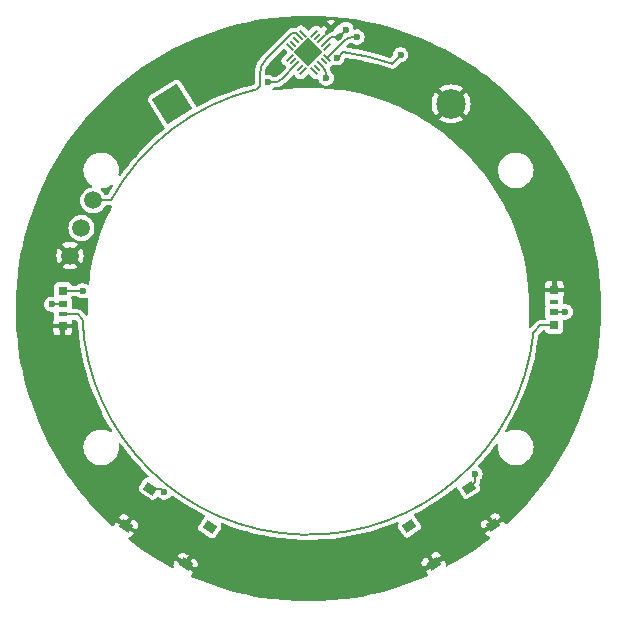
<source format=gbr>
%TF.GenerationSoftware,KiCad,Pcbnew,8.0.5*%
%TF.CreationDate,2025-07-02T22:11:17-04:00*%
%TF.ProjectId,tomorrowland_pendant,746f6d6f-7272-46f7-976c-616e645f7065,rev?*%
%TF.SameCoordinates,Original*%
%TF.FileFunction,Copper,L2,Bot*%
%TF.FilePolarity,Positive*%
%FSLAX46Y46*%
G04 Gerber Fmt 4.6, Leading zero omitted, Abs format (unit mm)*
G04 Created by KiCad (PCBNEW 8.0.5) date 2025-07-02 22:11:17*
%MOMM*%
%LPD*%
G01*
G04 APERTURE LIST*
G04 Aperture macros list*
%AMRoundRect*
0 Rectangle with rounded corners*
0 $1 Rounding radius*
0 $2 $3 $4 $5 $6 $7 $8 $9 X,Y pos of 4 corners*
0 Add a 4 corners polygon primitive as box body*
4,1,4,$2,$3,$4,$5,$6,$7,$8,$9,$2,$3,0*
0 Add four circle primitives for the rounded corners*
1,1,$1+$1,$2,$3*
1,1,$1+$1,$4,$5*
1,1,$1+$1,$6,$7*
1,1,$1+$1,$8,$9*
0 Add four rect primitives between the rounded corners*
20,1,$1+$1,$2,$3,$4,$5,0*
20,1,$1+$1,$4,$5,$6,$7,0*
20,1,$1+$1,$6,$7,$8,$9,0*
20,1,$1+$1,$8,$9,$2,$3,0*%
%AMRotRect*
0 Rectangle, with rotation*
0 The origin of the aperture is its center*
0 $1 length*
0 $2 width*
0 $3 Rotation angle, in degrees counterclockwise*
0 Add horizontal line*
21,1,$1,$2,0,0,$3*%
%AMFreePoly0*
4,1,14,0.385355,0.085355,0.400000,0.050000,0.400000,0.000711,0.385355,-0.034644,0.334644,-0.085355,0.299289,-0.100000,-0.350000,-0.100000,-0.385355,-0.085355,-0.400000,-0.050000,-0.400000,0.050000,-0.385355,0.085355,-0.350000,0.100000,0.350000,0.100000,0.385355,0.085355,0.385355,0.085355,$1*%
%AMFreePoly1*
4,1,14,0.334644,0.085355,0.385355,0.034644,0.400000,-0.000711,0.400000,-0.050000,0.385355,-0.085355,0.350000,-0.100000,-0.350000,-0.100000,-0.385355,-0.085355,-0.400000,-0.050000,-0.400000,0.050000,-0.385355,0.085355,-0.350000,0.100000,0.299289,0.100000,0.334644,0.085355,0.334644,0.085355,$1*%
%AMFreePoly2*
4,1,14,0.085355,0.385355,0.100000,0.350000,0.100000,-0.350000,0.085355,-0.385355,0.050000,-0.400000,0.000711,-0.400000,-0.034644,-0.385355,-0.085355,-0.334644,-0.100000,-0.299289,-0.100000,0.350000,-0.085355,0.385355,-0.050000,0.400000,0.050000,0.400000,0.085355,0.385355,0.085355,0.385355,$1*%
%AMFreePoly3*
4,1,14,0.085355,0.385355,0.100000,0.350000,0.100000,-0.299289,0.085355,-0.334644,0.034644,-0.385355,-0.000711,-0.400000,-0.050000,-0.400000,-0.085355,-0.385355,-0.100000,-0.350000,-0.100000,0.350000,-0.085355,0.385355,-0.050000,0.400000,0.050000,0.400000,0.085355,0.385355,0.085355,0.385355,$1*%
%AMFreePoly4*
4,1,14,0.385355,0.085355,0.400000,0.050000,0.400000,-0.050000,0.385355,-0.085355,0.350000,-0.100000,-0.350000,-0.100000,-0.385355,-0.085355,-0.400000,-0.050000,-0.400000,-0.000711,-0.385355,0.034644,-0.334644,0.085355,-0.299289,0.100000,0.350000,0.100000,0.385355,0.085355,0.385355,0.085355,$1*%
%AMFreePoly5*
4,1,14,0.385355,0.085355,0.400000,0.050000,0.400000,-0.050000,0.385355,-0.085355,0.350000,-0.100000,-0.299289,-0.100000,-0.334644,-0.085355,-0.385355,-0.034644,-0.400000,0.000711,-0.400000,0.050000,-0.385355,0.085355,-0.350000,0.100000,0.350000,0.100000,0.385355,0.085355,0.385355,0.085355,$1*%
%AMFreePoly6*
4,1,14,0.034644,0.385355,0.085355,0.334644,0.100000,0.299289,0.100000,-0.350000,0.085355,-0.385355,0.050000,-0.400000,-0.050000,-0.400000,-0.085355,-0.385355,-0.100000,-0.350000,-0.100000,0.350000,-0.085355,0.385355,-0.050000,0.400000,-0.000711,0.400000,0.034644,0.385355,0.034644,0.385355,$1*%
%AMFreePoly7*
4,1,14,0.085355,0.385355,0.100000,0.350000,0.100000,-0.350000,0.085355,-0.385355,0.050000,-0.400000,-0.050000,-0.400000,-0.085355,-0.385355,-0.100000,-0.350000,-0.100000,0.299289,-0.085355,0.334644,-0.034644,0.385355,0.000711,0.400000,0.050000,0.400000,0.085355,0.385355,0.085355,0.385355,$1*%
G04 Aperture macros list end*
%TA.AperFunction,Conductor*%
%ADD10C,0.150000*%
%TD*%
%TA.AperFunction,ComponentPad*%
%ADD11C,2.500000*%
%TD*%
%TA.AperFunction,ComponentPad*%
%ADD12RotRect,2.500000X2.500000X32.000000*%
%TD*%
%TA.AperFunction,SMDPad,CuDef*%
%ADD13FreePoly0,225.000000*%
%TD*%
%TA.AperFunction,SMDPad,CuDef*%
%ADD14RoundRect,0.050000X0.212132X0.282843X-0.282843X-0.212132X-0.212132X-0.282843X0.282843X0.212132X0*%
%TD*%
%TA.AperFunction,SMDPad,CuDef*%
%ADD15FreePoly1,225.000000*%
%TD*%
%TA.AperFunction,SMDPad,CuDef*%
%ADD16FreePoly2,225.000000*%
%TD*%
%TA.AperFunction,SMDPad,CuDef*%
%ADD17RoundRect,0.050000X-0.212132X0.282843X-0.282843X0.212132X0.212132X-0.282843X0.282843X-0.212132X0*%
%TD*%
%TA.AperFunction,SMDPad,CuDef*%
%ADD18FreePoly3,225.000000*%
%TD*%
%TA.AperFunction,SMDPad,CuDef*%
%ADD19FreePoly4,225.000000*%
%TD*%
%TA.AperFunction,SMDPad,CuDef*%
%ADD20FreePoly5,225.000000*%
%TD*%
%TA.AperFunction,SMDPad,CuDef*%
%ADD21FreePoly6,225.000000*%
%TD*%
%TA.AperFunction,SMDPad,CuDef*%
%ADD22FreePoly7,225.000000*%
%TD*%
%TA.AperFunction,HeatsinkPad*%
%ADD23RotRect,1.700000X1.700000X225.000000*%
%TD*%
%TA.AperFunction,SMDPad,CuDef*%
%ADD24RotRect,1.000000X0.750000X33.000000*%
%TD*%
%TA.AperFunction,SMDPad,CuDef*%
%ADD25R,0.800000X0.750000*%
%TD*%
%TA.AperFunction,SMDPad,CuDef*%
%ADD26R,0.800000X0.600000*%
%TD*%
%TA.AperFunction,SMDPad,CuDef*%
%ADD27R,0.800000X0.400000*%
%TD*%
%TA.AperFunction,SMDPad,CuDef*%
%ADD28R,0.800000X0.800000*%
%TD*%
%TA.AperFunction,ComponentPad*%
%ADD29C,1.500000*%
%TD*%
%TA.AperFunction,SMDPad,CuDef*%
%ADD30RoundRect,0.140000X-0.219203X-0.021213X-0.021213X-0.219203X0.219203X0.021213X0.021213X0.219203X0*%
%TD*%
%TA.AperFunction,SMDPad,CuDef*%
%ADD31RotRect,1.000000X0.750000X327.000000*%
%TD*%
%TA.AperFunction,ViaPad*%
%ADD32C,0.600000*%
%TD*%
%TA.AperFunction,Conductor*%
%ADD33C,0.200000*%
%TD*%
G04 APERTURE END LIST*
D10*
%TO.N,Net-(LED19-DOUT)*%
X169463212Y-109337027D02*
G75*
G02*
X131266354Y-108251566I-19056862J2005457D01*
G01*
%TO.N,Net-(LED16-DOUT)*%
X153366346Y-85631567D02*
G75*
G02*
X157472806Y-86609413I-3000046J-21710133D01*
G01*
%TO.N,UPDI*%
X133675538Y-98181123D02*
G75*
G02*
X146006356Y-88781610I16730762J-9160477D01*
G01*
%TD*%
D11*
%TO.P,J2,1,Pin_1*%
%TO.N,GND*%
X162476346Y-90011566D03*
%TD*%
D12*
%TO.P,J1,1,Pin_1*%
%TO.N,vReg*%
X138856346Y-90041567D03*
%TD*%
D13*
%TO.P,U1,1,PA2*%
%TO.N,unconnected-(U1-PA2-Pad1)*%
X150856955Y-84060195D03*
D14*
%TO.P,U1,2,PA3*%
%TO.N,unconnected-(U1-PA3-Pad2)*%
X151139798Y-84343037D03*
%TO.P,U1,3,GND*%
%TO.N,GND*%
X151422641Y-84625880D03*
%TO.P,U1,4,VCC*%
%TO.N,vReg*%
X151705484Y-84908723D03*
D15*
%TO.P,U1,5,PA4*%
%TO.N,unconnected-(U1-PA4-Pad5)*%
X151988326Y-85191566D03*
D16*
%TO.P,U1,6,PA5*%
%TO.N,LEDDAT*%
X151988326Y-86110804D03*
D17*
%TO.P,U1,7,PA6*%
%TO.N,unconnected-(U1-PA6-Pad7)*%
X151705484Y-86393647D03*
%TO.P,U1,8,PA7*%
%TO.N,BTN1*%
X151422641Y-86676490D03*
%TO.P,U1,9,PB5*%
%TO.N,unconnected-(U1-PB5-Pad9)*%
X151139798Y-86959333D03*
D18*
%TO.P,U1,10,PB4*%
%TO.N,unconnected-(U1-PB4-Pad10)*%
X150856955Y-87242175D03*
D19*
%TO.P,U1,11,PB3*%
%TO.N,unconnected-(U1-PB3-Pad11)*%
X149937717Y-87242175D03*
D14*
%TO.P,U1,12,PB2*%
%TO.N,unconnected-(U1-PB2-Pad12)*%
X149654874Y-86959333D03*
%TO.P,U1,13,PB1*%
%TO.N,BTN2*%
X149372031Y-86676490D03*
%TO.P,U1,14,PB0*%
%TO.N,unconnected-(U1-PB0-Pad14)*%
X149089188Y-86393647D03*
D20*
%TO.P,U1,15,PC0*%
%TO.N,unconnected-(U1-PC0-Pad15)*%
X148806346Y-86110804D03*
D21*
%TO.P,U1,16,PC1*%
%TO.N,unconnected-(U1-PC1-Pad16)*%
X148806346Y-85191566D03*
D17*
%TO.P,U1,17,PC2*%
%TO.N,unconnected-(U1-PC2-Pad17)*%
X149089188Y-84908723D03*
%TO.P,U1,18,PC3*%
%TO.N,unconnected-(U1-PC3-Pad18)*%
X149372031Y-84625880D03*
%TO.P,U1,19,~{RESET}/PA0*%
%TO.N,UPDI*%
X149654874Y-84343037D03*
D22*
%TO.P,U1,20,PA1*%
%TO.N,unconnected-(U1-PA1-Pad20)*%
X149937717Y-84060195D03*
D23*
%TO.P,U1,21,GND*%
%TO.N,GND*%
X150397336Y-85651185D03*
%TD*%
D24*
%TO.P,SW1,A*%
%TO.N,GND*%
X160998743Y-128936580D03*
%TO.P,SW1,B*%
X166030766Y-125668746D03*
%TO.P,SW1,C*%
%TO.N,BTN1*%
X158956346Y-125791566D03*
%TO.P,SW1,D*%
X163988369Y-122523732D03*
%TD*%
D25*
%TO.P,LED19,1,DIN*%
%TO.N,Net-(LED18-DOUT)*%
X129606346Y-105841566D03*
D26*
%TO.P,LED19,2,VDD*%
%TO.N,vReg*%
X129606346Y-106966566D03*
D27*
%TO.P,LED19,3,DOUT*%
%TO.N,Net-(LED19-DOUT)*%
X129606346Y-107846566D03*
D28*
%TO.P,LED19,4,GND*%
%TO.N,GND*%
X129606346Y-108826566D03*
%TD*%
D29*
%TO.P,TP3,1,1*%
%TO.N,GND*%
X130216346Y-102861566D03*
%TD*%
%TO.P,TP2,1,1*%
%TO.N,UPDI*%
X132176346Y-98191566D03*
%TD*%
D25*
%TO.P,LED20,1,DIN*%
%TO.N,Net-(LED19-DOUT)*%
X171206346Y-108755566D03*
D26*
%TO.P,LED20,2,VDD*%
%TO.N,vReg*%
X171206346Y-107630566D03*
D27*
%TO.P,LED20,3,DOUT*%
%TO.N,unconnected-(LED20-DOUT-Pad3)*%
X171206346Y-106750566D03*
D28*
%TO.P,LED20,4,GND*%
%TO.N,GND*%
X171206346Y-105770566D03*
%TD*%
D30*
%TO.P,C17,1*%
%TO.N,GND*%
X152307524Y-83642744D03*
%TO.P,C17,2*%
%TO.N,vReg*%
X152986346Y-84321566D03*
%TD*%
D29*
%TO.P,TP1,1,1*%
%TO.N,vReg*%
X131176346Y-100521566D03*
%TD*%
D31*
%TO.P,SW2,A*%
%TO.N,GND*%
X134969136Y-125730158D03*
%TO.P,SW2,B*%
X140001160Y-128997990D03*
%TO.P,SW2,C*%
%TO.N,BTN2*%
X137011532Y-122585142D03*
%TO.P,SW2,D*%
X142043556Y-125852974D03*
%TD*%
D32*
%TO.N,GND*%
X169491681Y-113651566D03*
X162463282Y-127970575D03*
X126686461Y-110534733D03*
X127358623Y-100437406D03*
X153634733Y-131013539D03*
X147886346Y-83631566D03*
X148306346Y-127171566D03*
X165497360Y-88591089D03*
X153716346Y-87581566D03*
X135919297Y-126355306D03*
X157246346Y-84041566D03*
X144313725Y-130446332D03*
X173546332Y-113386275D03*
X131746137Y-92132874D03*
X138961506Y-86153779D03*
X171515888Y-95807288D03*
X129258495Y-118746923D03*
X126702089Y-103254486D03*
X169064126Y-122454122D03*
X135658857Y-94349913D03*
X135450829Y-120809811D03*
X145516346Y-87951566D03*
X174113539Y-104065267D03*
%TO.N,vReg*%
X172156346Y-107621566D03*
X153576346Y-83721566D03*
X128666346Y-106981566D03*
%TO.N,BTN1*%
X164486346Y-121351566D03*
X151903309Y-87818112D03*
%TO.N,BTN2*%
X146951346Y-88201566D03*
X138202860Y-122873317D03*
%TO.N,LEDDAT*%
X154506346Y-84361566D03*
%TO.N,Net-(LED16-DOUT)*%
X158202075Y-85858355D03*
X152813542Y-86098762D03*
%TO.N,Net-(LED18-DOUT)*%
X131276346Y-105841566D03*
%TD*%
D10*
%TO.N,Net-(LED16-DOUT)*%
X158202075Y-85880142D02*
X158202075Y-85858355D01*
X157472807Y-86609410D02*
X158202075Y-85880142D01*
%TO.N,vReg*%
X152292641Y-84321566D02*
X152986346Y-84321566D01*
X151705484Y-84908723D02*
X152292641Y-84321566D01*
%TO.N,Net-(LED16-DOUT)*%
X152899151Y-86098762D02*
X153366346Y-85631567D01*
X152813542Y-86098762D02*
X152899151Y-86098762D01*
%TO.N,BTN1*%
X151610416Y-86864265D02*
G75*
G02*
X151903326Y-87571372I-707116J-707135D01*
G01*
%TO.N,BTN2*%
X147432741Y-88201566D02*
G75*
G03*
X148139820Y-87908645I-41J999966D01*
G01*
X137914686Y-122585143D02*
X137011532Y-122585143D01*
X138202860Y-122873317D02*
X137914686Y-122585143D01*
%TO.N,GND*%
X151422641Y-84625880D02*
X152307524Y-83740997D01*
X152307524Y-83740997D02*
X152307524Y-83642744D01*
%TO.N,vReg*%
X152986346Y-84311566D02*
X153576346Y-83721566D01*
X131176346Y-100521566D02*
X131079840Y-100425060D01*
D33*
X171206346Y-107630566D02*
X172147346Y-107630566D01*
D10*
X152986346Y-84321566D02*
X152986346Y-84311566D01*
D33*
X128666346Y-106981566D02*
X129591346Y-106981566D01*
X129591346Y-106981566D02*
X129606346Y-106966566D01*
D10*
X152706855Y-84321566D02*
X152986346Y-84321566D01*
D33*
X172147346Y-107630566D02*
X172156346Y-107621566D01*
D10*
%TO.N,unconnected-(U1-PA6-Pad7)*%
X151705484Y-86393647D02*
X151710739Y-86393647D01*
%TO.N,BTN1*%
X151903309Y-87818112D02*
X151903309Y-87571372D01*
X164486346Y-121351566D02*
X164486346Y-122025755D01*
X151610416Y-86864265D02*
X151422641Y-86676490D01*
X164486346Y-122025755D02*
X163988369Y-122523732D01*
%TO.N,BTN2*%
X146951346Y-88201566D02*
X147432741Y-88201566D01*
X148139848Y-87908673D02*
X149372031Y-86676490D01*
%TO.N,LEDDAT*%
X154506346Y-84361566D02*
X154151778Y-84361566D01*
X153444671Y-84654459D02*
X151988326Y-86110804D01*
%TO.N,Net-(LED18-DOUT)*%
X131276346Y-105841566D02*
X129606346Y-105841566D01*
%TO.N,Net-(LED19-DOUT)*%
X130861346Y-107846566D02*
X129606346Y-107846566D01*
X169463212Y-109337027D02*
X170044673Y-108755566D01*
X170044673Y-108755566D02*
X171206346Y-108755566D01*
X131266346Y-108251566D02*
X130861346Y-107846566D01*
%TO.N,UPDI*%
X133676347Y-98181566D02*
X133666347Y-98191566D01*
X133666347Y-98191566D02*
X132176346Y-98191566D01*
D33*
%TO.N,Net-(LED16-DOUT)*%
X158202075Y-85858355D02*
X158363135Y-85858355D01*
D10*
%TO.N,UPDI*%
X146276346Y-88511566D02*
X146006346Y-88781566D01*
X149012116Y-84017058D02*
X146862132Y-86167042D01*
X146862132Y-86167042D02*
G75*
G03*
X146276301Y-87581255I1414168J-1414258D01*
G01*
X149328895Y-84017058D02*
X149012116Y-84017058D01*
X146276346Y-87581255D02*
X146276346Y-88511566D01*
X149654874Y-84343037D02*
X149328895Y-84017058D01*
%TO.N,LEDDAT*%
X153444671Y-84654459D02*
G75*
G02*
X154151778Y-84361560I707129J-707141D01*
G01*
%TD*%
%TA.AperFunction,Conductor*%
%TO.N,GND*%
G36*
X150452532Y-84699534D02*
G01*
X150462783Y-84705933D01*
X150488967Y-84734490D01*
X150491079Y-84732956D01*
X150551470Y-84816076D01*
X150666759Y-84931364D01*
X150675084Y-84937413D01*
X150706088Y-84974549D01*
X150763791Y-85094368D01*
X150783277Y-85117887D01*
X150786244Y-85120854D01*
X150786245Y-85120854D01*
X150851725Y-85055375D01*
X150906242Y-85027598D01*
X150921728Y-85026379D01*
X150923142Y-85026379D01*
X150981333Y-85045286D01*
X151017297Y-85094786D01*
X151022142Y-85125379D01*
X151022142Y-85126792D01*
X151003235Y-85184983D01*
X150993145Y-85196796D01*
X150927666Y-85262274D01*
X150930651Y-85265259D01*
X150954149Y-85284729D01*
X151073968Y-85342430D01*
X151111105Y-85373433D01*
X151117158Y-85381764D01*
X151117159Y-85381765D01*
X151117160Y-85381766D01*
X151117162Y-85381769D01*
X151159219Y-85423825D01*
X151232443Y-85497048D01*
X151309262Y-85552862D01*
X151309263Y-85552862D01*
X151313692Y-85556080D01*
X151345744Y-85595466D01*
X151347214Y-85598726D01*
X151349640Y-85602944D01*
X151347940Y-85603921D01*
X151364002Y-85654774D01*
X151348985Y-85706383D01*
X151342587Y-85716632D01*
X151314033Y-85742820D01*
X151315565Y-85744928D01*
X151232444Y-85805319D01*
X151117159Y-85920605D01*
X151056766Y-86003728D01*
X151054211Y-86001872D01*
X151030866Y-86025217D01*
X151032722Y-86027771D01*
X150949601Y-86088162D01*
X150834316Y-86203448D01*
X150834315Y-86203450D01*
X150796440Y-86255580D01*
X150773923Y-86286571D01*
X150771368Y-86284715D01*
X150748023Y-86308060D01*
X150749879Y-86310614D01*
X150666758Y-86371005D01*
X150551473Y-86486291D01*
X150492440Y-86567541D01*
X150453058Y-86599591D01*
X150449797Y-86601061D01*
X150445577Y-86603489D01*
X150444602Y-86601795D01*
X150393718Y-86617850D01*
X150342135Y-86602832D01*
X150331885Y-86596434D01*
X150305706Y-86567880D01*
X150303594Y-86569415D01*
X150243201Y-86486293D01*
X150127915Y-86371008D01*
X150092068Y-86344963D01*
X150051096Y-86315194D01*
X150051094Y-86315193D01*
X150044793Y-86310615D01*
X150046655Y-86308052D01*
X150023315Y-86284706D01*
X150020750Y-86286571D01*
X149960358Y-86203450D01*
X149845072Y-86088165D01*
X149829894Y-86077137D01*
X149768253Y-86032351D01*
X149768251Y-86032350D01*
X149761950Y-86027772D01*
X149763812Y-86025209D01*
X149740472Y-86001863D01*
X149737907Y-86003728D01*
X149677515Y-85920607D01*
X149562229Y-85805322D01*
X149562225Y-85805319D01*
X149485410Y-85749508D01*
X149485409Y-85749507D01*
X149480979Y-85746289D01*
X149448924Y-85706897D01*
X149447454Y-85703638D01*
X149445032Y-85699426D01*
X149446732Y-85698447D01*
X149430669Y-85647607D01*
X149445685Y-85595989D01*
X149452085Y-85585735D01*
X149480651Y-85559569D01*
X149479106Y-85557443D01*
X149532551Y-85518611D01*
X149562229Y-85497049D01*
X149677513Y-85381764D01*
X149733327Y-85304945D01*
X149733327Y-85304944D01*
X149737907Y-85298641D01*
X149740478Y-85300509D01*
X149763811Y-85277161D01*
X149761950Y-85274599D01*
X149807245Y-85241689D01*
X149845072Y-85214206D01*
X149960356Y-85098921D01*
X150016170Y-85022102D01*
X150016170Y-85022101D01*
X150020750Y-85015798D01*
X150023321Y-85017666D01*
X150046654Y-84994318D01*
X150044793Y-84991756D01*
X150119588Y-84937413D01*
X150127915Y-84931363D01*
X150243199Y-84816078D01*
X150299013Y-84739259D01*
X150299013Y-84739257D01*
X150302232Y-84734828D01*
X150341632Y-84702769D01*
X150344879Y-84701305D01*
X150344884Y-84701301D01*
X150349093Y-84698882D01*
X150350072Y-84700585D01*
X150400897Y-84684518D01*
X150452532Y-84699534D01*
G37*
%TD.AperFunction*%
%TA.AperFunction,Conductor*%
G36*
X151402944Y-82562138D02*
G01*
X151406918Y-82562298D01*
X152399875Y-82622361D01*
X152403827Y-82622680D01*
X153393648Y-82722685D01*
X153397552Y-82723159D01*
X154382531Y-82862938D01*
X154386411Y-82863569D01*
X155364939Y-83042891D01*
X155368781Y-83043675D01*
X156339319Y-83262258D01*
X156343165Y-83263205D01*
X157304119Y-83520693D01*
X157307887Y-83521785D01*
X158257650Y-83817743D01*
X158261404Y-83818996D01*
X159198528Y-84152974D01*
X159202189Y-84154363D01*
X160106667Y-84518384D01*
X160125076Y-84525793D01*
X160128744Y-84527356D01*
X161035885Y-84935627D01*
X161039487Y-84937336D01*
X161153583Y-84994318D01*
X161912696Y-85373434D01*
X161929470Y-85381811D01*
X161932999Y-85383663D01*
X162794814Y-85858355D01*
X162804357Y-85863611D01*
X162807804Y-85865601D01*
X163659140Y-86380251D01*
X163662477Y-86382362D01*
X164492417Y-86930887D01*
X164495660Y-86933124D01*
X165101238Y-87369387D01*
X165302838Y-87514621D01*
X165306025Y-87517016D01*
X165425107Y-87610311D01*
X166089115Y-88130528D01*
X166092181Y-88133031D01*
X166834111Y-88764120D01*
X166849929Y-88777575D01*
X166852909Y-88780215D01*
X167467214Y-89346925D01*
X167584092Y-89454748D01*
X167586968Y-89457510D01*
X168290401Y-90160943D01*
X168293163Y-90163819D01*
X168967693Y-90894998D01*
X168970336Y-90897982D01*
X169614871Y-91655719D01*
X169617393Y-91658808D01*
X170230895Y-92441886D01*
X170233290Y-92445073D01*
X170814773Y-93252232D01*
X170817031Y-93255505D01*
X171365539Y-94085418D01*
X171367668Y-94088785D01*
X171465774Y-94251072D01*
X171882306Y-94940101D01*
X171884300Y-94943554D01*
X172364247Y-95814911D01*
X172366100Y-95818441D01*
X172810575Y-96708424D01*
X172812284Y-96712026D01*
X173220555Y-97619167D01*
X173222118Y-97622835D01*
X173369279Y-97988483D01*
X173532746Y-98394648D01*
X173593535Y-98545688D01*
X173594946Y-98549410D01*
X173625797Y-98635973D01*
X173928910Y-99486493D01*
X173930172Y-99490275D01*
X174226117Y-100439993D01*
X174227227Y-100443823D01*
X174484702Y-101404733D01*
X174485656Y-101408604D01*
X174704229Y-102379098D01*
X174705026Y-102383005D01*
X174884337Y-103361472D01*
X174884977Y-103365407D01*
X175024748Y-104350332D01*
X175025229Y-104354290D01*
X175125230Y-105344072D01*
X175125550Y-105348047D01*
X175185612Y-106340988D01*
X175185773Y-106344971D01*
X175205805Y-107339572D01*
X175205805Y-107343560D01*
X175185773Y-108338160D01*
X175185612Y-108342143D01*
X175125550Y-109335084D01*
X175125230Y-109339059D01*
X175025229Y-110328841D01*
X175024748Y-110332799D01*
X174884977Y-111317724D01*
X174884337Y-111321659D01*
X174705026Y-112300126D01*
X174704229Y-112304033D01*
X174485656Y-113274527D01*
X174484702Y-113278398D01*
X174227227Y-114239308D01*
X174226117Y-114243138D01*
X173930172Y-115192856D01*
X173928910Y-115196638D01*
X173594949Y-116133715D01*
X173593535Y-116137443D01*
X173222118Y-117060296D01*
X173220555Y-117063964D01*
X172812284Y-117971105D01*
X172810575Y-117974707D01*
X172366100Y-118864690D01*
X172364247Y-118868220D01*
X171884300Y-119739577D01*
X171882306Y-119743030D01*
X171367670Y-120594343D01*
X171365539Y-120597713D01*
X170817038Y-121427617D01*
X170814773Y-121430899D01*
X170233290Y-122238058D01*
X170230895Y-122241245D01*
X169617393Y-123024323D01*
X169614871Y-123027412D01*
X168970336Y-123785149D01*
X168967693Y-123788133D01*
X168293163Y-124519312D01*
X168290401Y-124522188D01*
X167586968Y-125225621D01*
X167584092Y-125228383D01*
X167184555Y-125596964D01*
X167128964Y-125622523D01*
X167068966Y-125610526D01*
X167027479Y-125565555D01*
X167026986Y-125564465D01*
X167006955Y-125519474D01*
X167006954Y-125519472D01*
X166894497Y-125346305D01*
X166894496Y-125346305D01*
X166001363Y-125926313D01*
X166001359Y-125926314D01*
X165384890Y-126326653D01*
X165384890Y-126326654D01*
X165497344Y-126499818D01*
X165497348Y-126499823D01*
X165560804Y-126570301D01*
X165670536Y-126633654D01*
X165711106Y-126642277D01*
X165764095Y-126672869D01*
X165788982Y-126728765D01*
X165776261Y-126788613D01*
X165751579Y-126817045D01*
X165306025Y-127166115D01*
X165302838Y-127168510D01*
X164495679Y-127749993D01*
X164492397Y-127752258D01*
X163662493Y-128300759D01*
X163659123Y-128302890D01*
X162807810Y-128817526D01*
X162804358Y-128819520D01*
X162156682Y-129176263D01*
X162096589Y-129187776D01*
X162041206Y-129161769D01*
X162011687Y-129108176D01*
X162012081Y-129068963D01*
X162026748Y-128999957D01*
X162013504Y-128873942D01*
X161974932Y-128787308D01*
X161974931Y-128787306D01*
X161862474Y-128614139D01*
X161862473Y-128614139D01*
X160969340Y-129194147D01*
X160969336Y-129194148D01*
X160352867Y-129594487D01*
X160352867Y-129594488D01*
X160465321Y-129767652D01*
X160465325Y-129767657D01*
X160526156Y-129835220D01*
X160551041Y-129891116D01*
X160538318Y-129950964D01*
X160493214Y-129991740D01*
X160128744Y-130155775D01*
X160125076Y-130157338D01*
X159202223Y-130528755D01*
X159198495Y-130530169D01*
X158261418Y-130864130D01*
X158257636Y-130865392D01*
X157307918Y-131161337D01*
X157304088Y-131162447D01*
X156343178Y-131419922D01*
X156339307Y-131420876D01*
X155368813Y-131639449D01*
X155364906Y-131640246D01*
X154386439Y-131819557D01*
X154382504Y-131820197D01*
X153397579Y-131959968D01*
X153393621Y-131960449D01*
X152403839Y-132060450D01*
X152399864Y-132060770D01*
X151406923Y-132120832D01*
X151402940Y-132120993D01*
X150408340Y-132141025D01*
X150404352Y-132141025D01*
X149409751Y-132120993D01*
X149405768Y-132120832D01*
X148412827Y-132060770D01*
X148408852Y-132060450D01*
X147419070Y-131960449D01*
X147415112Y-131959968D01*
X146430187Y-131820197D01*
X146426252Y-131819557D01*
X145447785Y-131640246D01*
X145443878Y-131639449D01*
X144473384Y-131420876D01*
X144469513Y-131419922D01*
X143508603Y-131162447D01*
X143504773Y-131161337D01*
X142555055Y-130865392D01*
X142551273Y-130864130D01*
X141614196Y-130530169D01*
X141610468Y-130528755D01*
X140687615Y-130157338D01*
X140683947Y-130155775D01*
X140490425Y-130068678D01*
X140445121Y-130027554D01*
X140432641Y-129967655D01*
X140457752Y-129911860D01*
X140468757Y-129901460D01*
X140471122Y-129899544D01*
X140534573Y-129829073D01*
X140534577Y-129829068D01*
X140647035Y-129655897D01*
X140010571Y-129242573D01*
X140010568Y-129242572D01*
X139543389Y-128939182D01*
X140277821Y-128939182D01*
X140277821Y-128939183D01*
X140864890Y-129320429D01*
X140864891Y-129320429D01*
X140977346Y-129147265D01*
X141015921Y-129060627D01*
X141029165Y-128934611D01*
X141016112Y-128873201D01*
X159970737Y-128873201D01*
X159983981Y-128999217D01*
X160022553Y-129085851D01*
X160022554Y-129085853D01*
X160135010Y-129259019D01*
X160135011Y-129259019D01*
X160722080Y-128877773D01*
X160722080Y-128877772D01*
X160408914Y-128395538D01*
X160408913Y-128395538D01*
X160130916Y-128576072D01*
X160130911Y-128576076D01*
X160060433Y-128639532D01*
X159997080Y-128749264D01*
X159970737Y-128873201D01*
X141016112Y-128873201D01*
X141002822Y-128810674D01*
X140939468Y-128700941D01*
X140868997Y-128637490D01*
X140868983Y-128637479D01*
X140590989Y-128456948D01*
X140590988Y-128456948D01*
X140277821Y-128939182D01*
X139543389Y-128939182D01*
X139137429Y-128675548D01*
X139137427Y-128675548D01*
X139024971Y-128848719D01*
X138986398Y-128935352D01*
X138973154Y-129061368D01*
X138997862Y-129177611D01*
X138991466Y-129238461D01*
X138950525Y-129283931D01*
X138890676Y-129296652D01*
X138853262Y-129284910D01*
X138008334Y-128819520D01*
X138004881Y-128817526D01*
X137215088Y-128340080D01*
X139355284Y-128340080D01*
X139355284Y-128340081D01*
X139942352Y-128721327D01*
X139942353Y-128721327D01*
X140255520Y-128239093D01*
X140255519Y-128239091D01*
X140160956Y-128177681D01*
X160744382Y-128177681D01*
X160744382Y-128177682D01*
X161057548Y-128659917D01*
X161057549Y-128659917D01*
X161644617Y-128278671D01*
X161644617Y-128278670D01*
X161532164Y-128105507D01*
X161532160Y-128105502D01*
X161468704Y-128035024D01*
X161358972Y-127971671D01*
X161235035Y-127945328D01*
X161109019Y-127958572D01*
X161022385Y-127997144D01*
X161022377Y-127997149D01*
X160744382Y-128177681D01*
X140160956Y-128177681D01*
X139977521Y-128058557D01*
X139890883Y-128019982D01*
X139764867Y-128006738D01*
X139640930Y-128033081D01*
X139531197Y-128096435D01*
X139467746Y-128166906D01*
X139467735Y-128166920D01*
X139355284Y-128340080D01*
X137215088Y-128340080D01*
X137153568Y-128302890D01*
X137150198Y-128300759D01*
X137116778Y-128278671D01*
X136320285Y-127752251D01*
X136317012Y-127749993D01*
X135509853Y-127168510D01*
X135506666Y-127166115D01*
X135162722Y-126896652D01*
X135128576Y-126845881D01*
X135130793Y-126784736D01*
X135168527Y-126736572D01*
X135203194Y-126721884D01*
X135329365Y-126695065D01*
X135439098Y-126631712D01*
X135502549Y-126561241D01*
X135502553Y-126561236D01*
X135615011Y-126388065D01*
X134978547Y-125974741D01*
X134978544Y-125974740D01*
X134511365Y-125671350D01*
X135245797Y-125671350D01*
X135245797Y-125671351D01*
X135832866Y-126052597D01*
X135832867Y-126052597D01*
X135945322Y-125879433D01*
X135983897Y-125792795D01*
X135997141Y-125666779D01*
X135970798Y-125542842D01*
X135907444Y-125433109D01*
X135836973Y-125369658D01*
X135836959Y-125369647D01*
X135558965Y-125189116D01*
X135558964Y-125189116D01*
X135245797Y-125671350D01*
X134511365Y-125671350D01*
X134105405Y-125407716D01*
X134105403Y-125407716D01*
X133992947Y-125580887D01*
X133954374Y-125667520D01*
X133952915Y-125681408D01*
X133928027Y-125737303D01*
X133875039Y-125767895D01*
X133814189Y-125761498D01*
X133787329Y-125743824D01*
X133228599Y-125228383D01*
X133225723Y-125225621D01*
X133072350Y-125072248D01*
X134323260Y-125072248D01*
X134323260Y-125072249D01*
X134910328Y-125453495D01*
X134910329Y-125453495D01*
X135223496Y-124971261D01*
X135223495Y-124971259D01*
X134945497Y-124790725D01*
X134858859Y-124752150D01*
X134732843Y-124738906D01*
X134608906Y-124765249D01*
X134499173Y-124828603D01*
X134435722Y-124899074D01*
X134435711Y-124899088D01*
X134323260Y-125072248D01*
X133072350Y-125072248D01*
X132522290Y-124522188D01*
X132519528Y-124519312D01*
X132076421Y-124038992D01*
X131844995Y-123788129D01*
X131842355Y-123785149D01*
X131620064Y-123523816D01*
X131197811Y-123027401D01*
X131195298Y-123024323D01*
X131100375Y-122903163D01*
X130581796Y-122241245D01*
X130579401Y-122238058D01*
X130386100Y-121969736D01*
X129997904Y-121430880D01*
X129995667Y-121427637D01*
X129447142Y-120597697D01*
X129445021Y-120594343D01*
X129426174Y-120563167D01*
X128930381Y-119743024D01*
X128928391Y-119739577D01*
X128840740Y-119580445D01*
X128448443Y-118868219D01*
X128446591Y-118864690D01*
X128002116Y-117974707D01*
X128000407Y-117971105D01*
X127592136Y-117063964D01*
X127590573Y-117060296D01*
X127568549Y-117005573D01*
X127219143Y-116137409D01*
X127217754Y-116133748D01*
X126883776Y-115196624D01*
X126882519Y-115192856D01*
X126771588Y-114836866D01*
X126586565Y-114243107D01*
X126585473Y-114239339D01*
X126327985Y-113278385D01*
X126327035Y-113274527D01*
X126108455Y-112304001D01*
X126107671Y-112300159D01*
X125928349Y-111321631D01*
X125927718Y-111317751D01*
X125787939Y-110332772D01*
X125787465Y-110328868D01*
X125687460Y-109339047D01*
X125687141Y-109335084D01*
X125682481Y-109258051D01*
X125668479Y-109026567D01*
X128806347Y-109026567D01*
X128806347Y-109258051D01*
X128821179Y-109351707D01*
X128821182Y-109351717D01*
X128878704Y-109464609D01*
X128968302Y-109554207D01*
X129081194Y-109611729D01*
X129081198Y-109611730D01*
X129174861Y-109626565D01*
X129406344Y-109626565D01*
X129406346Y-109626564D01*
X129406346Y-109026567D01*
X129806346Y-109026567D01*
X129806346Y-109626564D01*
X129806347Y-109626565D01*
X130037829Y-109626565D01*
X130037831Y-109626564D01*
X130131487Y-109611732D01*
X130131497Y-109611729D01*
X130244389Y-109554207D01*
X130333987Y-109464609D01*
X130391509Y-109351717D01*
X130391510Y-109351713D01*
X130406346Y-109258050D01*
X130406346Y-109026567D01*
X130406345Y-109026566D01*
X129806347Y-109026566D01*
X129806346Y-109026567D01*
X129406346Y-109026567D01*
X129406345Y-109026566D01*
X128806348Y-109026566D01*
X128806347Y-109026567D01*
X125668479Y-109026567D01*
X125627078Y-108342138D01*
X125626918Y-108338160D01*
X125626676Y-108326120D01*
X125606886Y-107343552D01*
X125606886Y-107339572D01*
X125610019Y-107184045D01*
X125614097Y-106981564D01*
X128011068Y-106981564D01*
X128011068Y-106981567D01*
X128030108Y-107138382D01*
X128030109Y-107138383D01*
X128086126Y-107286089D01*
X128175861Y-107416094D01*
X128175862Y-107416095D01*
X128175863Y-107416096D01*
X128294106Y-107520849D01*
X128433981Y-107594262D01*
X128587361Y-107632066D01*
X128587364Y-107632066D01*
X128751319Y-107632066D01*
X128751319Y-107633374D01*
X128804944Y-107643863D01*
X128846620Y-107688661D01*
X128855846Y-107730394D01*
X128855846Y-108079826D01*
X128865773Y-108147959D01*
X128865773Y-108147960D01*
X128865774Y-108147962D01*
X128866598Y-108150629D01*
X128866558Y-108153346D01*
X128866882Y-108155566D01*
X128866525Y-108155617D01*
X128865711Y-108211808D01*
X128860220Y-108224799D01*
X128821181Y-108301416D01*
X128821181Y-108301418D01*
X128806346Y-108395081D01*
X128806346Y-108626565D01*
X128806347Y-108626566D01*
X130406344Y-108626566D01*
X130406345Y-108626565D01*
X130406345Y-108395082D01*
X130404994Y-108386552D01*
X130414566Y-108326120D01*
X130457831Y-108282856D01*
X130502775Y-108272066D01*
X130644090Y-108272066D01*
X130702281Y-108290973D01*
X130714094Y-108301062D01*
X130822196Y-108409164D01*
X130849973Y-108463681D01*
X130851078Y-108474412D01*
X130862332Y-108708436D01*
X130943174Y-109578606D01*
X131062734Y-110444269D01*
X131220785Y-111303785D01*
X131416997Y-112155353D01*
X131650996Y-112997350D01*
X131742786Y-113278398D01*
X131922306Y-113828068D01*
X132007160Y-114053308D01*
X132230392Y-114645867D01*
X132465637Y-115194774D01*
X132574636Y-115449104D01*
X132906716Y-116137443D01*
X132954361Y-116236201D01*
X133368798Y-117005567D01*
X133764435Y-117667519D01*
X133778059Y-117727168D01*
X133754020Y-117783433D01*
X133701501Y-117814823D01*
X133640561Y-117809348D01*
X133632344Y-117805380D01*
X133559670Y-117766051D01*
X133461159Y-117712739D01*
X133225957Y-117631994D01*
X132980681Y-117591066D01*
X132732011Y-117591066D01*
X132486734Y-117631994D01*
X132251532Y-117712739D01*
X132032836Y-117831092D01*
X132032833Y-117831094D01*
X131836605Y-117983825D01*
X131836602Y-117983827D01*
X131836602Y-117983828D01*
X131668182Y-118166781D01*
X131532173Y-118374959D01*
X131471731Y-118512754D01*
X131432283Y-118602686D01*
X131371237Y-118843746D01*
X131350703Y-119091566D01*
X131371237Y-119339385D01*
X131401364Y-119458355D01*
X131432283Y-119580447D01*
X131532173Y-119808173D01*
X131668182Y-120016351D01*
X131836602Y-120199304D01*
X132032837Y-120352040D01*
X132251536Y-120470394D01*
X132486732Y-120551137D01*
X132732011Y-120592066D01*
X132980681Y-120592066D01*
X133225960Y-120551137D01*
X133461156Y-120470394D01*
X133679855Y-120352040D01*
X133876090Y-120199304D01*
X134044510Y-120016351D01*
X134180519Y-119808173D01*
X134280409Y-119580447D01*
X134341454Y-119339387D01*
X134361989Y-119091566D01*
X134342683Y-118858577D01*
X134356721Y-118799025D01*
X134403082Y-118759096D01*
X134464058Y-118754044D01*
X134516359Y-118785797D01*
X134521460Y-118792243D01*
X134811880Y-119192300D01*
X135356291Y-119875896D01*
X135478772Y-120016351D01*
X135930653Y-120534545D01*
X136517788Y-121150125D01*
X136533815Y-121166928D01*
X136852601Y-121472623D01*
X136881515Y-121526545D01*
X136873212Y-121587164D01*
X136830864Y-121631326D01*
X136788444Y-121642982D01*
X136780774Y-121643320D01*
X136666351Y-121667641D01*
X136566031Y-121727795D01*
X136566030Y-121727795D01*
X136566030Y-121727796D01*
X136520597Y-121779531D01*
X136520596Y-121779533D01*
X136520588Y-121779542D01*
X136075890Y-122464315D01*
X136075885Y-122464324D01*
X136047106Y-122526868D01*
X136032957Y-122642985D01*
X136032957Y-122642986D01*
X136057277Y-122757408D01*
X136102428Y-122832708D01*
X136117432Y-122857730D01*
X136169167Y-122903163D01*
X136169174Y-122903167D01*
X136169178Y-122903171D01*
X137063619Y-123484029D01*
X137063628Y-123484034D01*
X137104069Y-123502642D01*
X137126174Y-123512814D01*
X137242290Y-123526964D01*
X137356711Y-123502643D01*
X137457034Y-123442488D01*
X137502467Y-123390753D01*
X137551464Y-123315303D01*
X137599011Y-123276801D01*
X137660113Y-123273598D01*
X137708590Y-123303573D01*
X137712374Y-123307844D01*
X137712376Y-123307846D01*
X137712377Y-123307847D01*
X137830620Y-123412600D01*
X137970495Y-123486013D01*
X138123875Y-123523817D01*
X138123878Y-123523817D01*
X138281842Y-123523817D01*
X138281845Y-123523817D01*
X138435225Y-123486013D01*
X138575100Y-123412600D01*
X138693343Y-123307847D01*
X138761963Y-123208433D01*
X138810578Y-123171284D01*
X138871746Y-123169805D01*
X138901808Y-123184710D01*
X139099916Y-123329340D01*
X139209643Y-123409447D01*
X139937723Y-123892736D01*
X139937728Y-123892739D01*
X140686652Y-124343091D01*
X141454913Y-124759598D01*
X141454918Y-124759600D01*
X141454921Y-124759602D01*
X141586954Y-124823737D01*
X141631035Y-124866169D01*
X141641757Y-124926408D01*
X141615023Y-124981444D01*
X141603732Y-124990433D01*
X141603958Y-124990704D01*
X141598056Y-124995625D01*
X141577327Y-125019229D01*
X141552621Y-125047363D01*
X141552620Y-125047365D01*
X141552612Y-125047374D01*
X141107914Y-125732147D01*
X141107909Y-125732156D01*
X141079130Y-125794700D01*
X141069142Y-125876673D01*
X141064981Y-125910819D01*
X141070271Y-125935707D01*
X141089301Y-126025240D01*
X141134452Y-126100540D01*
X141149456Y-126125562D01*
X141201191Y-126170995D01*
X141201198Y-126170999D01*
X141201202Y-126171003D01*
X142095643Y-126751861D01*
X142095652Y-126751866D01*
X142136093Y-126770474D01*
X142158198Y-126780646D01*
X142274314Y-126794796D01*
X142388735Y-126770475D01*
X142489058Y-126710320D01*
X142534491Y-126658585D01*
X142545082Y-126642277D01*
X142979197Y-125973800D01*
X142979202Y-125973791D01*
X143001049Y-125926313D01*
X143007982Y-125911246D01*
X143022131Y-125795129D01*
X142997811Y-125680709D01*
X142989458Y-125666779D01*
X142981432Y-125653393D01*
X142967723Y-125593763D01*
X142991681Y-125537464D01*
X143044156Y-125505999D01*
X143101488Y-125509932D01*
X143173980Y-125537464D01*
X143860263Y-125798111D01*
X144690251Y-126071650D01*
X145448852Y-126284666D01*
X145531625Y-126307909D01*
X146382663Y-126506406D01*
X146567308Y-126540871D01*
X147241733Y-126666760D01*
X148107093Y-126788646D01*
X148977027Y-126871821D01*
X149849805Y-126916121D01*
X150247025Y-126918546D01*
X150723678Y-126921457D01*
X150723679Y-126921456D01*
X150723690Y-126921457D01*
X151596944Y-126887819D01*
X151596952Y-126887818D01*
X151596960Y-126887818D01*
X152032386Y-126851546D01*
X152467828Y-126815273D01*
X153334612Y-126703964D01*
X154195570Y-126554114D01*
X155048989Y-126366020D01*
X155893171Y-126140056D01*
X156726438Y-125876673D01*
X157547130Y-125576395D01*
X157910376Y-125424798D01*
X157971355Y-125419836D01*
X158023610Y-125451666D01*
X158047175Y-125508131D01*
X158033408Y-125567072D01*
X158002091Y-125619300D01*
X157977771Y-125733721D01*
X157977771Y-125733722D01*
X157991920Y-125849839D01*
X158020699Y-125912383D01*
X158020704Y-125912392D01*
X158465402Y-126597165D01*
X158465406Y-126597170D01*
X158465411Y-126597177D01*
X158510844Y-126648912D01*
X158611165Y-126709066D01*
X158611166Y-126709066D01*
X158611167Y-126709067D01*
X158725588Y-126733388D01*
X158841704Y-126719238D01*
X158880323Y-126701466D01*
X158904249Y-126690458D01*
X158904258Y-126690453D01*
X159798699Y-126109595D01*
X159798699Y-126109594D01*
X159798711Y-126109587D01*
X159850446Y-126064154D01*
X159910601Y-125963831D01*
X159934921Y-125849411D01*
X159920772Y-125733294D01*
X159906399Y-125702059D01*
X159891992Y-125670748D01*
X159891987Y-125670739D01*
X159849534Y-125605367D01*
X165002760Y-125605367D01*
X165016004Y-125731383D01*
X165054576Y-125818017D01*
X165054577Y-125818019D01*
X165167033Y-125991185D01*
X165167034Y-125991185D01*
X165754103Y-125609939D01*
X165754103Y-125609938D01*
X165440937Y-125127704D01*
X165440936Y-125127704D01*
X165162939Y-125308238D01*
X165162934Y-125308242D01*
X165092456Y-125371698D01*
X165029103Y-125481430D01*
X165002760Y-125605367D01*
X159849534Y-125605367D01*
X159447289Y-124985966D01*
X159447285Y-124985962D01*
X159447281Y-124985955D01*
X159401848Y-124934220D01*
X159373238Y-124917065D01*
X159366952Y-124909847D01*
X165776405Y-124909847D01*
X165776405Y-124909848D01*
X166089571Y-125392083D01*
X166089572Y-125392083D01*
X166676640Y-125010837D01*
X166676640Y-125010836D01*
X166564187Y-124837673D01*
X166564183Y-124837668D01*
X166500727Y-124767190D01*
X166390995Y-124703837D01*
X166267058Y-124677494D01*
X166141042Y-124690738D01*
X166054408Y-124729310D01*
X166054400Y-124729315D01*
X165776405Y-124909847D01*
X159366952Y-124909847D01*
X159333056Y-124870925D01*
X159327668Y-124809977D01*
X159359133Y-124757503D01*
X159378030Y-124744560D01*
X159917581Y-124460518D01*
X160671948Y-124019346D01*
X160671946Y-124019346D01*
X160671955Y-124019342D01*
X161262024Y-123637960D01*
X161405893Y-123544973D01*
X162117953Y-123038343D01*
X162806713Y-122500465D01*
X162854147Y-122459890D01*
X162910655Y-122436433D01*
X162970161Y-122450671D01*
X163009933Y-122497166D01*
X163016771Y-122523147D01*
X163023943Y-122582004D01*
X163052722Y-122644549D01*
X163052727Y-122644558D01*
X163497425Y-123329331D01*
X163497429Y-123329336D01*
X163497434Y-123329343D01*
X163542867Y-123381078D01*
X163643188Y-123441232D01*
X163643189Y-123441232D01*
X163643190Y-123441233D01*
X163757611Y-123465554D01*
X163873727Y-123451404D01*
X163912346Y-123433632D01*
X163936272Y-123422624D01*
X163936281Y-123422619D01*
X164830722Y-122841761D01*
X164830722Y-122841760D01*
X164830734Y-122841753D01*
X164882469Y-122796320D01*
X164942624Y-122695997D01*
X164966944Y-122581577D01*
X164952795Y-122465460D01*
X164924013Y-122402912D01*
X164870187Y-122320028D01*
X164854352Y-122260931D01*
X164867480Y-122216611D01*
X164882849Y-122189992D01*
X164911846Y-122081773D01*
X164911846Y-121969736D01*
X164911846Y-121888221D01*
X164930753Y-121830030D01*
X164945192Y-121814123D01*
X164976829Y-121786096D01*
X165066566Y-121656089D01*
X165122583Y-121508384D01*
X165141624Y-121351566D01*
X165122583Y-121194748D01*
X165066566Y-121047043D01*
X164976829Y-120917036D01*
X164858586Y-120812283D01*
X164814440Y-120789113D01*
X164771703Y-120745329D01*
X164762863Y-120684786D01*
X164786632Y-120635486D01*
X165302094Y-120058752D01*
X165854818Y-119381848D01*
X166291608Y-118795365D01*
X166341529Y-118759989D01*
X166402711Y-118760713D01*
X166451782Y-118797259D01*
X166470000Y-118855669D01*
X166469669Y-118862674D01*
X166450703Y-119091565D01*
X166471237Y-119339385D01*
X166501364Y-119458355D01*
X166532283Y-119580447D01*
X166632173Y-119808173D01*
X166768182Y-120016351D01*
X166936602Y-120199304D01*
X167132837Y-120352040D01*
X167351536Y-120470394D01*
X167586732Y-120551137D01*
X167832011Y-120592066D01*
X168080681Y-120592066D01*
X168325960Y-120551137D01*
X168561156Y-120470394D01*
X168779855Y-120352040D01*
X168976090Y-120199304D01*
X169144510Y-120016351D01*
X169280519Y-119808173D01*
X169380409Y-119580447D01*
X169441454Y-119339387D01*
X169461989Y-119091566D01*
X169441454Y-118843745D01*
X169380409Y-118602685D01*
X169280519Y-118374959D01*
X169144510Y-118166781D01*
X168976090Y-117983828D01*
X168779855Y-117831092D01*
X168739676Y-117809348D01*
X168561159Y-117712739D01*
X168325957Y-117631994D01*
X168080681Y-117591066D01*
X167832011Y-117591066D01*
X167586734Y-117631994D01*
X167351532Y-117712739D01*
X167175771Y-117807857D01*
X167115595Y-117818924D01*
X167060406Y-117792507D01*
X167031285Y-117738696D01*
X167039355Y-117678045D01*
X167044300Y-117668965D01*
X167092160Y-117591066D01*
X167324490Y-117212912D01*
X167748298Y-116448654D01*
X168137604Y-115666257D01*
X168233830Y-115449093D01*
X168491628Y-114867291D01*
X168578149Y-114645862D01*
X168809682Y-114053308D01*
X169091116Y-113225964D01*
X169335377Y-112386893D01*
X169541979Y-111537765D01*
X169710510Y-110680268D01*
X169840635Y-109816109D01*
X169866935Y-109566237D01*
X169891829Y-109510346D01*
X169895367Y-109506618D01*
X170191925Y-109210062D01*
X170246441Y-109182285D01*
X170261928Y-109181066D01*
X170379094Y-109181066D01*
X170437285Y-109199973D01*
X170468034Y-109236585D01*
X170517148Y-109337049D01*
X170599863Y-109419764D01*
X170653631Y-109446049D01*
X170704950Y-109471138D01*
X170704951Y-109471138D01*
X170704953Y-109471139D01*
X170773086Y-109481066D01*
X170773089Y-109481066D01*
X171639603Y-109481066D01*
X171639606Y-109481066D01*
X171707739Y-109471139D01*
X171812829Y-109419764D01*
X171895544Y-109337049D01*
X171946919Y-109231959D01*
X171956846Y-109163826D01*
X171956846Y-108368725D01*
X171975753Y-108310534D01*
X172025253Y-108274570D01*
X172071229Y-108272906D01*
X172071419Y-108271344D01*
X172077358Y-108272065D01*
X172077361Y-108272066D01*
X172077364Y-108272066D01*
X172235328Y-108272066D01*
X172235331Y-108272066D01*
X172388711Y-108234262D01*
X172528586Y-108160849D01*
X172646829Y-108056096D01*
X172736566Y-107926089D01*
X172792583Y-107778384D01*
X172811624Y-107621566D01*
X172792583Y-107464748D01*
X172736566Y-107317043D01*
X172646829Y-107187036D01*
X172528586Y-107082283D01*
X172458648Y-107045576D01*
X172388710Y-107008869D01*
X172235333Y-106971066D01*
X172235331Y-106971066D01*
X172077361Y-106971066D01*
X172077357Y-106971066D01*
X172071421Y-106971788D01*
X172071194Y-106969926D01*
X172018497Y-106966091D01*
X171971739Y-106926627D01*
X171956846Y-106874406D01*
X171956846Y-106517309D01*
X171955689Y-106509365D01*
X171946919Y-106449173D01*
X171946918Y-106449170D01*
X171946095Y-106446507D01*
X171946134Y-106443790D01*
X171945810Y-106441565D01*
X171946167Y-106441512D01*
X171946978Y-106385328D01*
X171952472Y-106372330D01*
X171991509Y-106295717D01*
X171991510Y-106295713D01*
X172006346Y-106202050D01*
X172006346Y-105970567D01*
X172006345Y-105970566D01*
X170406348Y-105970566D01*
X170406347Y-105970567D01*
X170406347Y-106202051D01*
X170421179Y-106295707D01*
X170421182Y-106295717D01*
X170460219Y-106372330D01*
X170469791Y-106432762D01*
X170466600Y-106446495D01*
X170465774Y-106449167D01*
X170465774Y-106449170D01*
X170465773Y-106449173D01*
X170455846Y-106517306D01*
X170455846Y-106983826D01*
X170458407Y-107001400D01*
X170465774Y-107051963D01*
X170487833Y-107097087D01*
X170496403Y-107157669D01*
X170487833Y-107184045D01*
X170465774Y-107229168D01*
X170465773Y-107229172D01*
X170465773Y-107229173D01*
X170455846Y-107297306D01*
X170455846Y-107963826D01*
X170457583Y-107975748D01*
X170465773Y-108031961D01*
X170504944Y-108112086D01*
X170513515Y-108172668D01*
X170504944Y-108199046D01*
X170468035Y-108274546D01*
X170425492Y-108318520D01*
X170379094Y-108330066D01*
X170100691Y-108330066D01*
X169988655Y-108330066D01*
X169943583Y-108342143D01*
X169880431Y-108359064D01*
X169783410Y-108415080D01*
X169211750Y-108986738D01*
X169157234Y-109014515D01*
X169096802Y-109004944D01*
X169053537Y-108961679D01*
X169042985Y-108909879D01*
X169091877Y-108205497D01*
X169091879Y-108205462D01*
X169091880Y-108205450D01*
X169111839Y-107341566D01*
X169091880Y-106477682D01*
X169090658Y-106460083D01*
X169032047Y-105615673D01*
X169032045Y-105615641D01*
X169006697Y-105397159D01*
X168999959Y-105339081D01*
X170406346Y-105339081D01*
X170406346Y-105570565D01*
X170406347Y-105570566D01*
X171006345Y-105570566D01*
X171006346Y-105570565D01*
X171006346Y-104970567D01*
X171406346Y-104970567D01*
X171406346Y-105570565D01*
X171406347Y-105570566D01*
X172006344Y-105570566D01*
X172006345Y-105570565D01*
X172006345Y-105339082D01*
X172006344Y-105339080D01*
X171991512Y-105245424D01*
X171991509Y-105245414D01*
X171933987Y-105132522D01*
X171844389Y-105042924D01*
X171731497Y-104985402D01*
X171731493Y-104985401D01*
X171637830Y-104970566D01*
X171406347Y-104970566D01*
X171406346Y-104970567D01*
X171006346Y-104970567D01*
X171006345Y-104970566D01*
X170774863Y-104970566D01*
X170774860Y-104970567D01*
X170681204Y-104985399D01*
X170681194Y-104985402D01*
X170568302Y-105042924D01*
X170478704Y-105132522D01*
X170421182Y-105245414D01*
X170421181Y-105245418D01*
X170406346Y-105339081D01*
X168999959Y-105339081D01*
X168932464Y-104757303D01*
X168932461Y-104757283D01*
X168793342Y-103904441D01*
X168614985Y-103058933D01*
X168397769Y-102222565D01*
X168142158Y-101397121D01*
X168142153Y-101397107D01*
X168142148Y-101397091D01*
X168142145Y-101397084D01*
X167848703Y-100584373D01*
X167848699Y-100584364D01*
X167848699Y-100584363D01*
X167518016Y-99786024D01*
X167513773Y-99776986D01*
X167183554Y-99073547D01*
X167150817Y-99003810D01*
X167029359Y-98773387D01*
X166747892Y-98239403D01*
X166719780Y-98191566D01*
X166310077Y-97494393D01*
X165838330Y-96770411D01*
X165333652Y-96068988D01*
X164995095Y-95641566D01*
X166450703Y-95641566D01*
X166471237Y-95889385D01*
X166501108Y-96007340D01*
X166532283Y-96130447D01*
X166632173Y-96358173D01*
X166768182Y-96566351D01*
X166936602Y-96749304D01*
X167132837Y-96902040D01*
X167351536Y-97020394D01*
X167586732Y-97101137D01*
X167832011Y-97142066D01*
X168080681Y-97142066D01*
X168325960Y-97101137D01*
X168561156Y-97020394D01*
X168779855Y-96902040D01*
X168976090Y-96749304D01*
X169144510Y-96566351D01*
X169280519Y-96358173D01*
X169380409Y-96130447D01*
X169441454Y-95889387D01*
X169461989Y-95641566D01*
X169441454Y-95393745D01*
X169380409Y-95152685D01*
X169280519Y-94924959D01*
X169144510Y-94716781D01*
X168976090Y-94533828D01*
X168779855Y-94381092D01*
X168561159Y-94262739D01*
X168325957Y-94181994D01*
X168080681Y-94141066D01*
X167832011Y-94141066D01*
X167586734Y-94181994D01*
X167351532Y-94262739D01*
X167132836Y-94381092D01*
X167132833Y-94381094D01*
X166936605Y-94533825D01*
X166768181Y-94716782D01*
X166737237Y-94764146D01*
X166632173Y-94924959D01*
X166571731Y-95062754D01*
X166532283Y-95152686D01*
X166471237Y-95393746D01*
X166450703Y-95641566D01*
X164995095Y-95641566D01*
X164797117Y-95391622D01*
X164797113Y-95391617D01*
X164797104Y-95391606D01*
X164229878Y-94739764D01*
X164229857Y-94739741D01*
X163887406Y-94381092D01*
X163633127Y-94114785D01*
X163320641Y-93816412D01*
X163008170Y-93518054D01*
X163008147Y-93518033D01*
X162356305Y-92950807D01*
X162356290Y-92950795D01*
X161678924Y-92414260D01*
X160977501Y-91909582D01*
X160604704Y-91666667D01*
X160253524Y-91437838D01*
X159508508Y-91000019D01*
X158744105Y-90597096D01*
X157961909Y-90229905D01*
X157961892Y-90229898D01*
X157961894Y-90229898D01*
X157961888Y-90229896D01*
X157434793Y-90011566D01*
X160821244Y-90011566D01*
X160841620Y-90270479D01*
X160902250Y-90523022D01*
X161001637Y-90762964D01*
X161001643Y-90762976D01*
X161137334Y-90984403D01*
X161137344Y-90984416D01*
X161175719Y-91029347D01*
X161822334Y-90382731D01*
X161893783Y-90489663D01*
X161998249Y-90594129D01*
X162105177Y-90665576D01*
X161458563Y-91312190D01*
X161503502Y-91350572D01*
X161503508Y-91350577D01*
X161724935Y-91486268D01*
X161724947Y-91486274D01*
X161964889Y-91585661D01*
X161964888Y-91585661D01*
X162217432Y-91646291D01*
X162476346Y-91666667D01*
X162735259Y-91646291D01*
X162987802Y-91585661D01*
X163227744Y-91486274D01*
X163227756Y-91486268D01*
X163449183Y-91350577D01*
X163449197Y-91350567D01*
X163494127Y-91312192D01*
X163494127Y-91312191D01*
X162847512Y-90665576D01*
X162954443Y-90594129D01*
X163058909Y-90489663D01*
X163130356Y-90382732D01*
X163776971Y-91029347D01*
X163776972Y-91029347D01*
X163815347Y-90984417D01*
X163815357Y-90984403D01*
X163951048Y-90762976D01*
X163951054Y-90762964D01*
X164050441Y-90523022D01*
X164111071Y-90270479D01*
X164131447Y-90011566D01*
X164111071Y-89752652D01*
X164050441Y-89500109D01*
X163951054Y-89260167D01*
X163951048Y-89260155D01*
X163815357Y-89038728D01*
X163815352Y-89038722D01*
X163776970Y-88993783D01*
X163130356Y-89640397D01*
X163058909Y-89533469D01*
X162954443Y-89429003D01*
X162847511Y-89357554D01*
X163494127Y-88710939D01*
X163449196Y-88672564D01*
X163449183Y-88672554D01*
X163227756Y-88536863D01*
X163227744Y-88536857D01*
X162987802Y-88437470D01*
X162987803Y-88437470D01*
X162735259Y-88376840D01*
X162476346Y-88356464D01*
X162217432Y-88376840D01*
X161964889Y-88437470D01*
X161724947Y-88536857D01*
X161724935Y-88536863D01*
X161503505Y-88672556D01*
X161458563Y-88710939D01*
X162105179Y-89357555D01*
X161998249Y-89429003D01*
X161893783Y-89533469D01*
X161822335Y-89640399D01*
X161175719Y-88993783D01*
X161137336Y-89038725D01*
X161001643Y-89260155D01*
X161001637Y-89260167D01*
X160902250Y-89500109D01*
X160841620Y-89752652D01*
X160821244Y-90011566D01*
X157434793Y-90011566D01*
X157163549Y-89899213D01*
X157163547Y-89899212D01*
X157163538Y-89899208D01*
X156350827Y-89605766D01*
X156350820Y-89605763D01*
X156117361Y-89533469D01*
X155525347Y-89350143D01*
X155525340Y-89350141D01*
X155525333Y-89350139D01*
X154689012Y-89132935D01*
X154688963Y-89132923D01*
X153843490Y-88954574D01*
X153843489Y-88954573D01*
X153843471Y-88954570D01*
X153310141Y-88867571D01*
X152990608Y-88815447D01*
X152132303Y-88715870D01*
X152132238Y-88715864D01*
X151270277Y-88656034D01*
X151270242Y-88656032D01*
X150406346Y-88636073D01*
X149542449Y-88656032D01*
X149542414Y-88656034D01*
X148680453Y-88715864D01*
X148680388Y-88715870D01*
X147822079Y-88815448D01*
X147445578Y-88876864D01*
X147385103Y-88867571D01*
X147341639Y-88824507D01*
X147331788Y-88764120D01*
X147359314Y-88709475D01*
X147363978Y-88705064D01*
X147423878Y-88651998D01*
X147479972Y-88627564D01*
X147489515Y-88627102D01*
X147526189Y-88627101D01*
X147526193Y-88627101D01*
X147526196Y-88627100D01*
X147711461Y-88602702D01*
X147891959Y-88554329D01*
X148064599Y-88482810D01*
X148226427Y-88389368D01*
X148374674Y-88275602D01*
X148440735Y-88209533D01*
X148440738Y-88209532D01*
X149076158Y-87574110D01*
X149130675Y-87546332D01*
X149191107Y-87555903D01*
X149204354Y-87564021D01*
X149263085Y-87606693D01*
X149295135Y-87646073D01*
X149296605Y-87649333D01*
X149352606Y-87727766D01*
X149364607Y-87744574D01*
X149435318Y-87815285D01*
X149451378Y-87830380D01*
X149550651Y-87892349D01*
X149585749Y-87906887D01*
X149589549Y-87908461D01*
X149589552Y-87908462D01*
X149631209Y-87922762D01*
X149642147Y-87923896D01*
X149747612Y-87934835D01*
X149861628Y-87908458D01*
X149900519Y-87892349D01*
X149920611Y-87883287D01*
X150015853Y-87815285D01*
X150327333Y-87503803D01*
X150381848Y-87476027D01*
X150442280Y-87485598D01*
X150467339Y-87503805D01*
X150778810Y-87815277D01*
X150781827Y-87818112D01*
X150794880Y-87830380D01*
X150894153Y-87892349D01*
X150929976Y-87907187D01*
X150933051Y-87908461D01*
X150933054Y-87908462D01*
X150974711Y-87922762D01*
X151013512Y-87926786D01*
X151091114Y-87934835D01*
X151091114Y-87934834D01*
X151091116Y-87934835D01*
X151091117Y-87934835D01*
X151154673Y-87920131D01*
X151215628Y-87925435D01*
X151261824Y-87965555D01*
X151269555Y-87981477D01*
X151323089Y-88122635D01*
X151412824Y-88252640D01*
X151412825Y-88252641D01*
X151412826Y-88252642D01*
X151531069Y-88357395D01*
X151670944Y-88430808D01*
X151824324Y-88468612D01*
X151824327Y-88468612D01*
X151982291Y-88468612D01*
X151982294Y-88468612D01*
X152135674Y-88430808D01*
X152275549Y-88357395D01*
X152393792Y-88252642D01*
X152483529Y-88122635D01*
X152539546Y-87974930D01*
X152558587Y-87818112D01*
X152558245Y-87815298D01*
X152539546Y-87661295D01*
X152539546Y-87661294D01*
X152483529Y-87513589D01*
X152393792Y-87383582D01*
X152330831Y-87327804D01*
X152300854Y-87279326D01*
X152256059Y-87112164D01*
X152243136Y-87080967D01*
X152220530Y-87026396D01*
X152215729Y-86965401D01*
X152241988Y-86918508D01*
X152293809Y-86866688D01*
X152349623Y-86789869D01*
X152349623Y-86789866D01*
X152352843Y-86785436D01*
X152392236Y-86753380D01*
X152395483Y-86751916D01*
X152457226Y-86707831D01*
X152515570Y-86689405D01*
X152560760Y-86700742D01*
X152581177Y-86711458D01*
X152734557Y-86749262D01*
X152734560Y-86749262D01*
X152892524Y-86749262D01*
X152892527Y-86749262D01*
X153045907Y-86711458D01*
X153185782Y-86638045D01*
X153304025Y-86533292D01*
X153393762Y-86403285D01*
X153449779Y-86255580D01*
X153458873Y-86180677D01*
X153484654Y-86125193D01*
X153538128Y-86095457D01*
X153572586Y-86094824D01*
X154125206Y-86182083D01*
X154128873Y-86182734D01*
X154938569Y-86342816D01*
X154942233Y-86343614D01*
X155745108Y-86534798D01*
X155748767Y-86535744D01*
X156543662Y-86757752D01*
X156547295Y-86758843D01*
X157289023Y-86997201D01*
X157308232Y-87005718D01*
X157308570Y-87005913D01*
X157345347Y-87015766D01*
X157351800Y-87017734D01*
X157392706Y-87031757D01*
X157392709Y-87031758D01*
X157396701Y-87031936D01*
X157411150Y-87034167D01*
X157416786Y-87034910D01*
X157416789Y-87034910D01*
X157461100Y-87034910D01*
X157465515Y-87035008D01*
X157475930Y-87035474D01*
X157514940Y-87037216D01*
X157514940Y-87037215D01*
X157514942Y-87037216D01*
X157514943Y-87037215D01*
X157515653Y-87037145D01*
X157524542Y-87035474D01*
X157528826Y-87034910D01*
X157577640Y-87021830D01*
X157579591Y-87021328D01*
X157633763Y-87008016D01*
X157686219Y-86977521D01*
X157734070Y-86949895D01*
X157734072Y-86949892D01*
X157738300Y-86947452D01*
X157738755Y-86947147D01*
X157739542Y-86946524D01*
X157739543Y-86946523D01*
X157776850Y-86907161D01*
X157778625Y-86905338D01*
X158146114Y-86537851D01*
X158200630Y-86510074D01*
X158216117Y-86508855D01*
X158281057Y-86508855D01*
X158281060Y-86508855D01*
X158434440Y-86471051D01*
X158574315Y-86397638D01*
X158692558Y-86292885D01*
X158782295Y-86162878D01*
X158838312Y-86015173D01*
X158854792Y-85879449D01*
X158857353Y-85858356D01*
X158857353Y-85858353D01*
X158838900Y-85706383D01*
X158838312Y-85701537D01*
X158782295Y-85553832D01*
X158692558Y-85423825D01*
X158574315Y-85319072D01*
X158480854Y-85270019D01*
X158434439Y-85245658D01*
X158281062Y-85207855D01*
X158281060Y-85207855D01*
X158123090Y-85207855D01*
X158123087Y-85207855D01*
X157969710Y-85245658D01*
X157829833Y-85319073D01*
X157711590Y-85423826D01*
X157621855Y-85553831D01*
X157565838Y-85701537D01*
X157565837Y-85701538D01*
X157546797Y-85858352D01*
X157546797Y-85858356D01*
X157549141Y-85877664D01*
X157537385Y-85937710D01*
X157520867Y-85959600D01*
X157403330Y-86077137D01*
X157348813Y-86104914D01*
X157301222Y-86100783D01*
X157271010Y-86090426D01*
X156584274Y-85879443D01*
X155891163Y-85690659D01*
X155192336Y-85524252D01*
X154488488Y-85380388D01*
X153780408Y-85259228D01*
X153680042Y-85245363D01*
X153624986Y-85218670D01*
X153596135Y-85164714D01*
X153604508Y-85104104D01*
X153623583Y-85077293D01*
X153742106Y-84958770D01*
X153749283Y-84952266D01*
X153825073Y-84890067D01*
X153841195Y-84879295D01*
X153923338Y-84835389D01*
X153941256Y-84827968D01*
X153970669Y-84819045D01*
X154031842Y-84820245D01*
X154065055Y-84839676D01*
X154134106Y-84900849D01*
X154273981Y-84974262D01*
X154427361Y-85012066D01*
X154427364Y-85012066D01*
X154585328Y-85012066D01*
X154585331Y-85012066D01*
X154738711Y-84974262D01*
X154878586Y-84900849D01*
X154996829Y-84796096D01*
X155086566Y-84666089D01*
X155142583Y-84518384D01*
X155161624Y-84361566D01*
X155142583Y-84204748D01*
X155086566Y-84057043D01*
X155017314Y-83956714D01*
X154996830Y-83927037D01*
X154961265Y-83895529D01*
X154878586Y-83822283D01*
X154787491Y-83774472D01*
X154738710Y-83748869D01*
X154585333Y-83711066D01*
X154585331Y-83711066D01*
X154427361Y-83711066D01*
X154344573Y-83731471D01*
X154283548Y-83727038D01*
X154236784Y-83687582D01*
X154222604Y-83647280D01*
X154222053Y-83642744D01*
X154212583Y-83564748D01*
X154156566Y-83417043D01*
X154066829Y-83287036D01*
X153948586Y-83182283D01*
X153878648Y-83145576D01*
X153808710Y-83108869D01*
X153655333Y-83071066D01*
X153655331Y-83071066D01*
X153497361Y-83071066D01*
X153497358Y-83071066D01*
X153343981Y-83108869D01*
X153204104Y-83182284D01*
X153085647Y-83287227D01*
X153029552Y-83311662D01*
X152969808Y-83298459D01*
X152953081Y-83283838D01*
X152949487Y-83283623D01*
X152366041Y-83867070D01*
X152311524Y-83894847D01*
X152296037Y-83896066D01*
X152236622Y-83896066D01*
X152171599Y-83913489D01*
X152128399Y-83925064D01*
X152031376Y-83981081D01*
X152031369Y-83981089D01*
X151967256Y-84045201D01*
X151912739Y-84072978D01*
X151852307Y-84063406D01*
X151809043Y-84020141D01*
X151803098Y-84005789D01*
X151795070Y-83981082D01*
X151787153Y-83956713D01*
X151787154Y-83895529D01*
X151811305Y-83856118D01*
X152024680Y-83642744D01*
X151685269Y-83303333D01*
X151676589Y-83312014D01*
X151622595Y-83380745D01*
X151622595Y-83380746D01*
X151568628Y-83504990D01*
X151528102Y-83550830D01*
X151468372Y-83564096D01*
X151412253Y-83539719D01*
X151407836Y-83535567D01*
X151359354Y-83487085D01*
X151343294Y-83471990D01*
X151343293Y-83471989D01*
X151244025Y-83410023D01*
X151244022Y-83410022D01*
X151244021Y-83410021D01*
X151231057Y-83404651D01*
X151205122Y-83393908D01*
X151205119Y-83393907D01*
X151163462Y-83379607D01*
X151057997Y-83368669D01*
X151047060Y-83367535D01*
X151047059Y-83367535D01*
X150933045Y-83393911D01*
X150894154Y-83410020D01*
X150874061Y-83419083D01*
X150874057Y-83419085D01*
X150778819Y-83487084D01*
X150467339Y-83798564D01*
X150412823Y-83826341D01*
X150352391Y-83816770D01*
X150327332Y-83798564D01*
X150015844Y-83487076D01*
X149999793Y-83471991D01*
X149999792Y-83471990D01*
X149900519Y-83410021D01*
X149882607Y-83402601D01*
X149861620Y-83393908D01*
X149861617Y-83393907D01*
X149819960Y-83379607D01*
X149714495Y-83368669D01*
X149703558Y-83367535D01*
X149703557Y-83367535D01*
X149589543Y-83393911D01*
X149550645Y-83410023D01*
X149530559Y-83419083D01*
X149435321Y-83487082D01*
X149364590Y-83557813D01*
X149362194Y-83560363D01*
X149308562Y-83589813D01*
X149290059Y-83591558D01*
X149068135Y-83591558D01*
X148956098Y-83591558D01*
X148889864Y-83609305D01*
X148847874Y-83620556D01*
X148750855Y-83676571D01*
X146517405Y-85910020D01*
X146516967Y-85910518D01*
X146464977Y-85962506D01*
X146295121Y-86175486D01*
X146295115Y-86175494D01*
X146150176Y-86406149D01*
X146031967Y-86651595D01*
X145941982Y-86908735D01*
X145881357Y-87174320D01*
X145881356Y-87174327D01*
X145850849Y-87445027D01*
X145850848Y-87445040D01*
X145850847Y-87520338D01*
X145850846Y-87520362D01*
X145850846Y-87525237D01*
X145850846Y-87564553D01*
X145850846Y-87581245D01*
X145850845Y-87629241D01*
X145850844Y-87650388D01*
X145850846Y-87650413D01*
X145850846Y-88294310D01*
X145831939Y-88352501D01*
X145821846Y-88364317D01*
X145810565Y-88375597D01*
X145763408Y-88401919D01*
X145490166Y-88466713D01*
X144663637Y-88701548D01*
X143848237Y-88972563D01*
X143045572Y-89279225D01*
X142257209Y-89620932D01*
X141484633Y-89997044D01*
X140992294Y-90264168D01*
X140932130Y-90275300D01*
X140876913Y-90248942D01*
X140861125Y-90229613D01*
X139533623Y-88105165D01*
X139489099Y-88052645D01*
X139489096Y-88052643D01*
X139489097Y-88052643D01*
X139389844Y-87990750D01*
X139389843Y-87990749D01*
X139389842Y-87990749D01*
X139275863Y-87964435D01*
X139275861Y-87964435D01*
X139159519Y-87976554D01*
X139159515Y-87976555D01*
X139096483Y-88004237D01*
X139096482Y-88004238D01*
X136919945Y-89364289D01*
X136867422Y-89408816D01*
X136805529Y-89508068D01*
X136805528Y-89508070D01*
X136805528Y-89508071D01*
X136790500Y-89573161D01*
X136779214Y-89622049D01*
X136779214Y-89622053D01*
X136791333Y-89738393D01*
X136791334Y-89738397D01*
X136819016Y-89801429D01*
X136819017Y-89801430D01*
X136819020Y-89801434D01*
X136819021Y-89801437D01*
X138179069Y-91977969D01*
X138200736Y-92003528D01*
X138223943Y-92060140D01*
X138209441Y-92119582D01*
X138186957Y-92144937D01*
X137910283Y-92365643D01*
X137262835Y-92930527D01*
X137241560Y-92950807D01*
X136646480Y-93518054D01*
X136640867Y-93523404D01*
X136045647Y-94143063D01*
X135478270Y-94788367D01*
X135185363Y-95152686D01*
X134954742Y-95439533D01*
X134939875Y-95458024D01*
X134493401Y-96066389D01*
X134443729Y-96102115D01*
X134382544Y-96101822D01*
X134333217Y-96065621D01*
X134314589Y-96007340D01*
X134317618Y-95983511D01*
X134341452Y-95889394D01*
X134341454Y-95889385D01*
X134345248Y-95843599D01*
X134361989Y-95641566D01*
X134341454Y-95393745D01*
X134280409Y-95152685D01*
X134180519Y-94924959D01*
X134044510Y-94716781D01*
X133876090Y-94533828D01*
X133679855Y-94381092D01*
X133461159Y-94262739D01*
X133225957Y-94181994D01*
X132980681Y-94141066D01*
X132732011Y-94141066D01*
X132486734Y-94181994D01*
X132251532Y-94262739D01*
X132032836Y-94381092D01*
X132032833Y-94381094D01*
X131836605Y-94533825D01*
X131668181Y-94716782D01*
X131637237Y-94764146D01*
X131532173Y-94924959D01*
X131471731Y-95062754D01*
X131432283Y-95152686D01*
X131371237Y-95393746D01*
X131350703Y-95641566D01*
X131371237Y-95889385D01*
X131401108Y-96007340D01*
X131432283Y-96130447D01*
X131532173Y-96358173D01*
X131668182Y-96566351D01*
X131836602Y-96749304D01*
X132032837Y-96902040D01*
X132032841Y-96902042D01*
X132057304Y-96915281D01*
X132099483Y-96959605D01*
X132107553Y-97020256D01*
X132078432Y-97074067D01*
X132028377Y-97099663D01*
X131873892Y-97128541D01*
X131838980Y-97142066D01*
X131683709Y-97202218D01*
X131588689Y-97261052D01*
X131510305Y-97309585D01*
X131359583Y-97446986D01*
X131236674Y-97609743D01*
X131236669Y-97609752D01*
X131145765Y-97792313D01*
X131145764Y-97792316D01*
X131089949Y-97988483D01*
X131071131Y-98191566D01*
X131089949Y-98394649D01*
X131145764Y-98590816D01*
X131236673Y-98773387D01*
X131359582Y-98936145D01*
X131510305Y-99073547D01*
X131683709Y-99180914D01*
X131873890Y-99254590D01*
X132074370Y-99292066D01*
X132278322Y-99292066D01*
X132478802Y-99254590D01*
X132668983Y-99180914D01*
X132842387Y-99073547D01*
X132993110Y-98936145D01*
X133116019Y-98773387D01*
X133166534Y-98671937D01*
X133209396Y-98628276D01*
X133255155Y-98617066D01*
X133701635Y-98617066D01*
X133759826Y-98635973D01*
X133795790Y-98685473D01*
X133795790Y-98746659D01*
X133789213Y-98762229D01*
X133661894Y-99003770D01*
X133661876Y-99003807D01*
X133294685Y-99786002D01*
X133294678Y-99786019D01*
X132963992Y-100584364D01*
X132963988Y-100584373D01*
X132670546Y-101397084D01*
X132670543Y-101397091D01*
X132414919Y-102222578D01*
X132197715Y-103058899D01*
X132197703Y-103058948D01*
X132021254Y-103895413D01*
X132019350Y-103904441D01*
X131949790Y-104330862D01*
X131880227Y-104757303D01*
X131823184Y-105248987D01*
X131797697Y-105304611D01*
X131744382Y-105334631D01*
X131683604Y-105327580D01*
X131659196Y-105311682D01*
X131648587Y-105302284D01*
X131648586Y-105302283D01*
X131568182Y-105260083D01*
X131508710Y-105228869D01*
X131355333Y-105191066D01*
X131355331Y-105191066D01*
X131197361Y-105191066D01*
X131197358Y-105191066D01*
X131043981Y-105228869D01*
X130904104Y-105302284D01*
X130847077Y-105352805D01*
X130803772Y-105391169D01*
X130747680Y-105415604D01*
X130738125Y-105416066D01*
X130433598Y-105416066D01*
X130375407Y-105397159D01*
X130344657Y-105360546D01*
X130317312Y-105304611D01*
X130295544Y-105260083D01*
X130212829Y-105177368D01*
X130212827Y-105177367D01*
X130107741Y-105125993D01*
X130080485Y-105122022D01*
X130039606Y-105116066D01*
X129173086Y-105116066D01*
X129139019Y-105121029D01*
X129104950Y-105125993D01*
X128999864Y-105177367D01*
X128917147Y-105260084D01*
X128865773Y-105365170D01*
X128855846Y-105433309D01*
X128855846Y-106232737D01*
X128836939Y-106290928D01*
X128787439Y-106326892D01*
X128751319Y-106330394D01*
X128751319Y-106331066D01*
X128587358Y-106331066D01*
X128433981Y-106368869D01*
X128294104Y-106442284D01*
X128175861Y-106547037D01*
X128086126Y-106677042D01*
X128030109Y-106824748D01*
X128030108Y-106824749D01*
X128011068Y-106981564D01*
X125614097Y-106981564D01*
X125626918Y-106344965D01*
X125627079Y-106340988D01*
X125629176Y-106306326D01*
X125687142Y-105348032D01*
X125687461Y-105344072D01*
X125687965Y-105339082D01*
X125787465Y-104354257D01*
X125787938Y-104350365D01*
X125927719Y-103365372D01*
X125928348Y-103361508D01*
X126019966Y-102861566D01*
X129061419Y-102861566D01*
X129081084Y-103073782D01*
X129139410Y-103278776D01*
X129234405Y-103469553D01*
X129234414Y-103469568D01*
X129273603Y-103521462D01*
X129870799Y-102924266D01*
X129890198Y-102996661D01*
X129936276Y-103076471D01*
X130001441Y-103141636D01*
X130081251Y-103187714D01*
X130153642Y-103207111D01*
X129555667Y-103805087D01*
X129701548Y-103895412D01*
X129701550Y-103895413D01*
X129900287Y-103972404D01*
X130109783Y-104011566D01*
X130322909Y-104011566D01*
X130532404Y-103972404D01*
X130731141Y-103895413D01*
X130731146Y-103895410D01*
X130877023Y-103805087D01*
X130279047Y-103207111D01*
X130351441Y-103187714D01*
X130431251Y-103141636D01*
X130496416Y-103076471D01*
X130542494Y-102996661D01*
X130561891Y-102924267D01*
X131159086Y-103521462D01*
X131198287Y-103469552D01*
X131293281Y-103278776D01*
X131351607Y-103073782D01*
X131371272Y-102861566D01*
X131351607Y-102649349D01*
X131293281Y-102444355D01*
X131198286Y-102253578D01*
X131198277Y-102253563D01*
X131159086Y-102201667D01*
X130561891Y-102798862D01*
X130542494Y-102726471D01*
X130496416Y-102646661D01*
X130431251Y-102581496D01*
X130351441Y-102535418D01*
X130279046Y-102516019D01*
X130877023Y-101918043D01*
X130731143Y-101827719D01*
X130731141Y-101827718D01*
X130532404Y-101750727D01*
X130322909Y-101711566D01*
X130109783Y-101711566D01*
X129900287Y-101750727D01*
X129701550Y-101827718D01*
X129701548Y-101827719D01*
X129555667Y-101918043D01*
X130153644Y-102516020D01*
X130081251Y-102535418D01*
X130001441Y-102581496D01*
X129936276Y-102646661D01*
X129890198Y-102726471D01*
X129870800Y-102798864D01*
X129273604Y-102201668D01*
X129234412Y-102253567D01*
X129234403Y-102253582D01*
X129139410Y-102444355D01*
X129081084Y-102649349D01*
X129061419Y-102861566D01*
X126019966Y-102861566D01*
X126107673Y-102382962D01*
X126108453Y-102379140D01*
X126327040Y-101408580D01*
X126327982Y-101404757D01*
X126564633Y-100521566D01*
X130071131Y-100521566D01*
X130089949Y-100724649D01*
X130145764Y-100920816D01*
X130236673Y-101103387D01*
X130359582Y-101266145D01*
X130510305Y-101403547D01*
X130683709Y-101510914D01*
X130873890Y-101584590D01*
X131074370Y-101622066D01*
X131278322Y-101622066D01*
X131478802Y-101584590D01*
X131668983Y-101510914D01*
X131842387Y-101403547D01*
X131993110Y-101266145D01*
X132116019Y-101103387D01*
X132206928Y-100920816D01*
X132262743Y-100724649D01*
X132281561Y-100521566D01*
X132262743Y-100318483D01*
X132206928Y-100122316D01*
X132116019Y-99939745D01*
X131993110Y-99776987D01*
X131842387Y-99639585D01*
X131668983Y-99532218D01*
X131478802Y-99458542D01*
X131478801Y-99458541D01*
X131478799Y-99458541D01*
X131278322Y-99421066D01*
X131074370Y-99421066D01*
X130873892Y-99458541D01*
X130803978Y-99485625D01*
X130683709Y-99532218D01*
X130510305Y-99639585D01*
X130359582Y-99776987D01*
X130352758Y-99786024D01*
X130236674Y-99939743D01*
X130236669Y-99939752D01*
X130145765Y-100122313D01*
X130145764Y-100122316D01*
X130089949Y-100318483D01*
X130071131Y-100521566D01*
X126564633Y-100521566D01*
X126585476Y-100443779D01*
X126586560Y-100440038D01*
X126882528Y-99490246D01*
X126883771Y-99486522D01*
X127217760Y-98549366D01*
X127219136Y-98545738D01*
X127590581Y-97622815D01*
X127592136Y-97619167D01*
X127596374Y-97609752D01*
X128000415Y-96712008D01*
X128002116Y-96708424D01*
X128446601Y-95818420D01*
X128448432Y-95814932D01*
X128928406Y-94943527D01*
X128930368Y-94940128D01*
X129445045Y-94088749D01*
X129447127Y-94085456D01*
X129995682Y-93255470D01*
X129997888Y-93252274D01*
X130579414Y-92445055D01*
X130581782Y-92441904D01*
X131195327Y-91658771D01*
X131197790Y-91655754D01*
X131842379Y-90897954D01*
X131844972Y-90895026D01*
X132519552Y-90163793D01*
X132522265Y-90160968D01*
X133225748Y-89457485D01*
X133228573Y-89454772D01*
X133959806Y-88780192D01*
X133962734Y-88777599D01*
X134720534Y-88133010D01*
X134723551Y-88130547D01*
X135506684Y-87517002D01*
X135509835Y-87514634D01*
X136317054Y-86933108D01*
X136320250Y-86930902D01*
X137150236Y-86382347D01*
X137153529Y-86380265D01*
X138004908Y-85865588D01*
X138008307Y-85863626D01*
X138879712Y-85383652D01*
X138883200Y-85381821D01*
X139773222Y-84937327D01*
X139776788Y-84935635D01*
X140683966Y-84527347D01*
X140687595Y-84525801D01*
X141610518Y-84154356D01*
X141614146Y-84152980D01*
X142551302Y-83818991D01*
X142555026Y-83817748D01*
X143504818Y-83521780D01*
X143508559Y-83520696D01*
X144469537Y-83263202D01*
X144473360Y-83262260D01*
X145443920Y-83043673D01*
X145447742Y-83042893D01*
X145569991Y-83020490D01*
X151968114Y-83020490D01*
X152307524Y-83359900D01*
X152666643Y-83000781D01*
X152666642Y-83000780D01*
X152611952Y-82957817D01*
X152475795Y-82898676D01*
X152328737Y-82878463D01*
X152181678Y-82898676D01*
X152045523Y-82957816D01*
X151976798Y-83011805D01*
X151968114Y-83020490D01*
X145569991Y-83020490D01*
X146426288Y-82863568D01*
X146430152Y-82862939D01*
X147415145Y-82723158D01*
X147419037Y-82722685D01*
X148408868Y-82622679D01*
X148412812Y-82622362D01*
X149405775Y-82562298D01*
X149409745Y-82562138D01*
X150404360Y-82542106D01*
X150408332Y-82542106D01*
X151402944Y-82562138D01*
G37*
%TD.AperFunction*%
%TD*%
%TA.AperFunction,NonConductor*%
G36*
X148342173Y-85385490D02*
G01*
X148367232Y-85403697D01*
X148544715Y-85581181D01*
X148572492Y-85635697D01*
X148562921Y-85696129D01*
X148544715Y-85721187D01*
X148233243Y-86032659D01*
X148218142Y-86048727D01*
X148156173Y-86148000D01*
X148140059Y-86186900D01*
X148140058Y-86186903D01*
X148125758Y-86228560D01*
X148113686Y-86344963D01*
X148140062Y-86458977D01*
X148156174Y-86497875D01*
X148165234Y-86517961D01*
X148224569Y-86601065D01*
X148233236Y-86613203D01*
X148303947Y-86683914D01*
X148303961Y-86683927D01*
X148320007Y-86699009D01*
X148412170Y-86756540D01*
X148438356Y-86785100D01*
X148440469Y-86783566D01*
X148484498Y-86844166D01*
X148503406Y-86902356D01*
X148484499Y-86960547D01*
X148474410Y-86972361D01*
X147886058Y-87560713D01*
X147886014Y-87560753D01*
X147842393Y-87604378D01*
X147835195Y-87610902D01*
X147759438Y-87673080D01*
X147743303Y-87683863D01*
X147661177Y-87727766D01*
X147643247Y-87735194D01*
X147554136Y-87762230D01*
X147535099Y-87766017D01*
X147493136Y-87770151D01*
X147433372Y-87757040D01*
X147417781Y-87745731D01*
X147323587Y-87662284D01*
X147323586Y-87662283D01*
X147224563Y-87610311D01*
X147183710Y-87588869D01*
X147030333Y-87551066D01*
X147030331Y-87551066D01*
X146872361Y-87551066D01*
X146832385Y-87560918D01*
X146771361Y-87556486D01*
X146724597Y-87517030D01*
X146709907Y-87458318D01*
X146710778Y-87445040D01*
X146714897Y-87382215D01*
X146716585Y-87369399D01*
X146754240Y-87180115D01*
X146757587Y-87167629D01*
X146819626Y-86984884D01*
X146824581Y-86972923D01*
X146828291Y-86965401D01*
X146909938Y-86799847D01*
X146916403Y-86788649D01*
X147023632Y-86628179D01*
X147031507Y-86617918D01*
X147161338Y-86469883D01*
X147165766Y-86465156D01*
X147206257Y-86424668D01*
X147206257Y-86424665D01*
X147212922Y-86418002D01*
X147212935Y-86417985D01*
X148227226Y-85403694D01*
X148281741Y-85375919D01*
X148342173Y-85385490D01*
G37*
%TD.AperFunction*%
%TA.AperFunction,NonConductor*%
G36*
X133849139Y-96856964D02*
G01*
X133886720Y-96905248D01*
X133888744Y-96966399D01*
X133878287Y-96990261D01*
X133508664Y-97599955D01*
X133445877Y-97714616D01*
X133401344Y-97756574D01*
X133359044Y-97766066D01*
X133255155Y-97766066D01*
X133196964Y-97747159D01*
X133166534Y-97711194D01*
X133116022Y-97609751D01*
X133116021Y-97609750D01*
X133116019Y-97609745D01*
X132993110Y-97446987D01*
X132847477Y-97314225D01*
X132817213Y-97261052D01*
X132823984Y-97200243D01*
X132865204Y-97155026D01*
X132914175Y-97142066D01*
X132980681Y-97142066D01*
X133225960Y-97101137D01*
X133461156Y-97020394D01*
X133679855Y-96902040D01*
X133732823Y-96860813D01*
X133790354Y-96839992D01*
X133849139Y-96856964D01*
G37*
%TD.AperFunction*%
%TA.AperFunction,NonConductor*%
G36*
X130796316Y-106285973D02*
G01*
X130803766Y-106291957D01*
X130904106Y-106380849D01*
X131043981Y-106454262D01*
X131197361Y-106492066D01*
X131197364Y-106492066D01*
X131355328Y-106492066D01*
X131355331Y-106492066D01*
X131508711Y-106454262D01*
X131575101Y-106419417D01*
X131635409Y-106409117D01*
X131690258Y-106436233D01*
X131718693Y-106490409D01*
X131720080Y-106509365D01*
X131700853Y-107341566D01*
X131712713Y-107854916D01*
X131695154Y-107913528D01*
X131646498Y-107950626D01*
X131585329Y-107952039D01*
X131543736Y-107927207D01*
X131122608Y-107506080D01*
X131025586Y-107450064D01*
X131025588Y-107450064D01*
X130983597Y-107438813D01*
X130917364Y-107421066D01*
X130917362Y-107421066D01*
X130453651Y-107421066D01*
X130395460Y-107402159D01*
X130359496Y-107352659D01*
X130355685Y-107307794D01*
X130356846Y-107299826D01*
X130356846Y-106633306D01*
X130346919Y-106565173D01*
X130307747Y-106485046D01*
X130299176Y-106424465D01*
X130307744Y-106398091D01*
X130344658Y-106322583D01*
X130387201Y-106278611D01*
X130433598Y-106267066D01*
X130738125Y-106267066D01*
X130796316Y-106285973D01*
G37*
%TD.AperFunction*%
M02*

</source>
